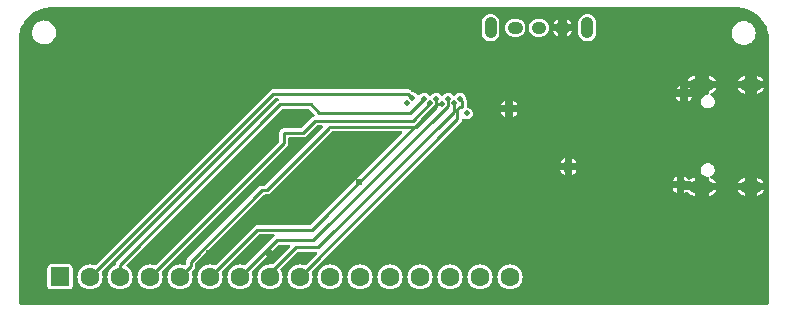
<source format=gbl>
G04 Layer: BottomLayer*
G04 EasyEDA v6.5.9, 2022-08-17 00:45:25*
G04 3d046d26f260489bb0fd4f172441b01e,e2b945bbd7ed4cf1bff08b0f7bdd4537,10*
G04 Gerber Generator version 0.2*
G04 Scale: 100 percent, Rotated: No, Reflected: No *
G04 Dimensions in millimeters *
G04 leading zeros omitted , absolute positions ,4 integer and 5 decimal *
%FSLAX45Y45*%
%MOMM*%

%ADD10C,0.2400*%
%ADD11C,1.6000*%
%ADD12C,1.0000*%
%ADD13C,0.6096*%
%ADD14C,0.5000*%
%ADD15C,0.6100*%
%ADD16C,0.0132*%

%LPD*%
G36*
X-183896Y8055864D02*
G01*
X-187807Y8056625D01*
X-191109Y8058861D01*
X-193294Y8062112D01*
X-194056Y8066024D01*
X-194106Y10299293D01*
X-193192Y10321899D01*
X-190601Y10343235D01*
X-186385Y10364368D01*
X-180543Y10385044D01*
X-173024Y10405211D01*
X-163982Y10424769D01*
X-153466Y10443514D01*
X-141478Y10461396D01*
X-128117Y10478262D01*
X-113487Y10494060D01*
X-97688Y10508640D01*
X-80772Y10521950D01*
X-62839Y10533837D01*
X-44043Y10544352D01*
X-24485Y10553344D01*
X-4318Y10560761D01*
X16408Y10566552D01*
X37541Y10570718D01*
X58877Y10573207D01*
X80670Y10574020D01*
X5872937Y10574020D01*
X5875883Y10573613D01*
X5879338Y10572546D01*
X5883402Y10572089D01*
X5905906Y10571175D01*
X5927242Y10568584D01*
X5948375Y10564368D01*
X5969050Y10558475D01*
X5989218Y10551007D01*
X6008776Y10541965D01*
X6027521Y10531449D01*
X6045403Y10519460D01*
X6062268Y10506100D01*
X6078067Y10491470D01*
X6092647Y10475671D01*
X6105956Y10458754D01*
X6117844Y10440822D01*
X6128359Y10422026D01*
X6137351Y10402468D01*
X6144768Y10382300D01*
X6150559Y10361574D01*
X6154724Y10340441D01*
X6157214Y10319105D01*
X6158077Y10297312D01*
X6158992Y10291114D01*
X6158992Y8066024D01*
X6158230Y8062112D01*
X6155994Y8058861D01*
X6152743Y8056625D01*
X6148832Y8055864D01*
G37*

%LPC*%
G36*
X4331055Y10431322D02*
G01*
X4373626Y10431322D01*
X4373626Y10470946D01*
X4367022Y10468356D01*
X4357217Y10462666D01*
X4348327Y10455605D01*
X4340656Y10447274D01*
X4334256Y10437926D01*
G37*
G36*
X2440990Y8184083D02*
G01*
X2454808Y8184997D01*
X2468422Y8187690D01*
X2481529Y8192160D01*
X2493924Y8198307D01*
X2505456Y8205978D01*
X2515870Y8215122D01*
X2525014Y8225536D01*
X2532684Y8237016D01*
X2538831Y8249462D01*
X2543251Y8262569D01*
X2545994Y8276183D01*
X2546858Y8290001D01*
X2545994Y8303818D01*
X2543251Y8317382D01*
X2538831Y8330488D01*
X2532684Y8342934D01*
X2525014Y8354466D01*
X2515870Y8364880D01*
X2505456Y8373973D01*
X2493924Y8381695D01*
X2481529Y8387791D01*
X2468422Y8392261D01*
X2454808Y8394954D01*
X2440990Y8395868D01*
X2427173Y8394954D01*
X2413609Y8392261D01*
X2400452Y8387791D01*
X2388057Y8381695D01*
X2376525Y8373973D01*
X2366111Y8364880D01*
X2356967Y8354466D01*
X2349296Y8342934D01*
X2343150Y8330488D01*
X2338730Y8317382D01*
X2336038Y8303818D01*
X2335123Y8290001D01*
X2336038Y8276183D01*
X2338730Y8262569D01*
X2343150Y8249462D01*
X2349296Y8237016D01*
X2356967Y8225536D01*
X2366111Y8215122D01*
X2376525Y8205978D01*
X2388057Y8198307D01*
X2400452Y8192160D01*
X2413609Y8187690D01*
X2427173Y8184997D01*
G37*
G36*
X2694990Y8184083D02*
G01*
X2708808Y8184997D01*
X2722422Y8187690D01*
X2735529Y8192160D01*
X2747924Y8198307D01*
X2759456Y8205978D01*
X2769870Y8215122D01*
X2779014Y8225536D01*
X2786684Y8237016D01*
X2792831Y8249462D01*
X2797251Y8262569D01*
X2799994Y8276183D01*
X2800858Y8290001D01*
X2799994Y8303818D01*
X2797251Y8317382D01*
X2792831Y8330488D01*
X2786684Y8342934D01*
X2779014Y8354466D01*
X2769870Y8364880D01*
X2759456Y8373973D01*
X2747924Y8381695D01*
X2735529Y8387791D01*
X2722422Y8392261D01*
X2708808Y8394954D01*
X2694990Y8395868D01*
X2681173Y8394954D01*
X2667609Y8392261D01*
X2654452Y8387791D01*
X2642057Y8381695D01*
X2630525Y8373973D01*
X2620111Y8364880D01*
X2610967Y8354466D01*
X2603296Y8342934D01*
X2597150Y8330488D01*
X2592730Y8317382D01*
X2590038Y8303818D01*
X2589123Y8290001D01*
X2590038Y8276183D01*
X2592730Y8262569D01*
X2597150Y8249462D01*
X2603296Y8237016D01*
X2610967Y8225536D01*
X2620111Y8215122D01*
X2630525Y8205978D01*
X2642057Y8198307D01*
X2654452Y8192160D01*
X2667609Y8187690D01*
X2681173Y8184997D01*
G37*
G36*
X3456990Y8184083D02*
G01*
X3470808Y8184997D01*
X3484422Y8187690D01*
X3497529Y8192160D01*
X3509924Y8198307D01*
X3521456Y8205978D01*
X3531870Y8215122D01*
X3541014Y8225536D01*
X3548684Y8237016D01*
X3554831Y8249462D01*
X3559251Y8262569D01*
X3561994Y8276183D01*
X3562858Y8290001D01*
X3561994Y8303818D01*
X3559251Y8317382D01*
X3554831Y8330488D01*
X3548684Y8342934D01*
X3541014Y8354466D01*
X3531870Y8364880D01*
X3521456Y8373973D01*
X3509924Y8381695D01*
X3497529Y8387791D01*
X3484422Y8392261D01*
X3470808Y8394954D01*
X3456990Y8395868D01*
X3443173Y8394954D01*
X3429609Y8392261D01*
X3416452Y8387791D01*
X3404057Y8381695D01*
X3392525Y8373973D01*
X3382111Y8364880D01*
X3372967Y8354466D01*
X3365296Y8342934D01*
X3359150Y8330488D01*
X3354730Y8317382D01*
X3352037Y8303818D01*
X3351123Y8290001D01*
X3352037Y8276183D01*
X3354730Y8262569D01*
X3359150Y8249462D01*
X3365296Y8237016D01*
X3372967Y8225536D01*
X3382111Y8215122D01*
X3392525Y8205978D01*
X3404057Y8198307D01*
X3416452Y8192160D01*
X3429609Y8187690D01*
X3443173Y8184997D01*
G37*
G36*
X2948990Y8184083D02*
G01*
X2962808Y8184997D01*
X2976422Y8187690D01*
X2989529Y8192160D01*
X3001924Y8198307D01*
X3013456Y8205978D01*
X3023870Y8215122D01*
X3033014Y8225536D01*
X3040684Y8237016D01*
X3046831Y8249462D01*
X3051251Y8262569D01*
X3053994Y8276183D01*
X3054858Y8290001D01*
X3053994Y8303818D01*
X3051251Y8317382D01*
X3046831Y8330488D01*
X3040684Y8342934D01*
X3033014Y8354466D01*
X3023870Y8364880D01*
X3013456Y8373973D01*
X3001924Y8381695D01*
X2989529Y8387791D01*
X2976422Y8392261D01*
X2962808Y8394954D01*
X2948990Y8395868D01*
X2935173Y8394954D01*
X2921609Y8392261D01*
X2908452Y8387791D01*
X2896057Y8381695D01*
X2884525Y8373973D01*
X2874111Y8364880D01*
X2864967Y8354466D01*
X2857296Y8342934D01*
X2851150Y8330488D01*
X2846730Y8317382D01*
X2844038Y8303818D01*
X2843123Y8290001D01*
X2844038Y8276183D01*
X2846730Y8262569D01*
X2851150Y8249462D01*
X2857296Y8237016D01*
X2864967Y8225536D01*
X2874111Y8215122D01*
X2884525Y8205978D01*
X2896057Y8198307D01*
X2908452Y8192160D01*
X2921609Y8187690D01*
X2935173Y8184997D01*
G37*
G36*
X3202990Y8184083D02*
G01*
X3216808Y8184997D01*
X3230422Y8187690D01*
X3243529Y8192160D01*
X3255924Y8198307D01*
X3267456Y8205978D01*
X3277870Y8215122D01*
X3287014Y8225536D01*
X3294684Y8237016D01*
X3300831Y8249462D01*
X3305251Y8262569D01*
X3307994Y8276183D01*
X3308858Y8290001D01*
X3307994Y8303818D01*
X3305251Y8317382D01*
X3300831Y8330488D01*
X3294684Y8342934D01*
X3287014Y8354466D01*
X3277870Y8364880D01*
X3267456Y8373973D01*
X3255924Y8381695D01*
X3243529Y8387791D01*
X3230422Y8392261D01*
X3216808Y8394954D01*
X3202990Y8395868D01*
X3189173Y8394954D01*
X3175609Y8392261D01*
X3162452Y8387791D01*
X3150057Y8381695D01*
X3138525Y8373973D01*
X3128111Y8364880D01*
X3118967Y8354466D01*
X3111296Y8342934D01*
X3105150Y8330488D01*
X3100730Y8317382D01*
X3098038Y8303818D01*
X3097123Y8290001D01*
X3098038Y8276183D01*
X3100730Y8262569D01*
X3105150Y8249462D01*
X3111296Y8237016D01*
X3118967Y8225536D01*
X3128111Y8215122D01*
X3138525Y8205978D01*
X3150057Y8198307D01*
X3162452Y8192160D01*
X3175609Y8187690D01*
X3189173Y8184997D01*
G37*
G36*
X3964990Y8184083D02*
G01*
X3978808Y8184997D01*
X3992422Y8187690D01*
X4005529Y8192160D01*
X4017924Y8198307D01*
X4029456Y8205978D01*
X4039870Y8215122D01*
X4049014Y8225536D01*
X4056684Y8237016D01*
X4062831Y8249462D01*
X4067251Y8262569D01*
X4069994Y8276183D01*
X4070858Y8290001D01*
X4069994Y8303818D01*
X4067251Y8317382D01*
X4062831Y8330488D01*
X4056684Y8342934D01*
X4049014Y8354466D01*
X4039870Y8364880D01*
X4029456Y8373973D01*
X4017924Y8381695D01*
X4005529Y8387791D01*
X3992422Y8392261D01*
X3978808Y8394954D01*
X3964990Y8395868D01*
X3951173Y8394954D01*
X3937609Y8392261D01*
X3924452Y8387791D01*
X3912057Y8381695D01*
X3900525Y8373973D01*
X3890111Y8364880D01*
X3880967Y8354466D01*
X3873296Y8342934D01*
X3867150Y8330488D01*
X3862730Y8317382D01*
X3860037Y8303818D01*
X3859123Y8290001D01*
X3860037Y8276183D01*
X3862730Y8262569D01*
X3867150Y8249462D01*
X3873296Y8237016D01*
X3880967Y8225536D01*
X3890111Y8215122D01*
X3900525Y8205978D01*
X3912057Y8198307D01*
X3924452Y8192160D01*
X3937609Y8187690D01*
X3951173Y8184997D01*
G37*
G36*
X75590Y8184083D02*
G01*
X234442Y8184083D01*
X240741Y8184794D01*
X246227Y8186674D01*
X251104Y8189772D01*
X255219Y8193887D01*
X258267Y8198764D01*
X260197Y8204250D01*
X260908Y8210550D01*
X260908Y8369401D01*
X260197Y8375751D01*
X258267Y8381187D01*
X255219Y8386114D01*
X251104Y8390178D01*
X246227Y8393277D01*
X240741Y8395157D01*
X234442Y8395868D01*
X75590Y8395868D01*
X69240Y8395157D01*
X63804Y8393277D01*
X58877Y8390178D01*
X54813Y8386114D01*
X51714Y8381187D01*
X49784Y8375751D01*
X49072Y8369401D01*
X49072Y8210550D01*
X49784Y8204250D01*
X51714Y8198764D01*
X54813Y8193887D01*
X58877Y8189772D01*
X63804Y8186674D01*
X69240Y8184794D01*
G37*
G36*
X408990Y8184083D02*
G01*
X422808Y8184997D01*
X436422Y8187690D01*
X449529Y8192160D01*
X461924Y8198307D01*
X473456Y8205978D01*
X483870Y8215122D01*
X493014Y8225536D01*
X500684Y8237016D01*
X506831Y8249462D01*
X511251Y8262569D01*
X513994Y8276183D01*
X514858Y8290001D01*
X513994Y8303818D01*
X511251Y8317382D01*
X507898Y8327288D01*
X507390Y8330996D01*
X508254Y8334654D01*
X510336Y8337753D01*
X1971700Y9799116D01*
X1975002Y9801301D01*
X1978914Y9802063D01*
X1996948Y9802063D01*
X2001316Y9801098D01*
X2004822Y9798354D01*
X2006803Y9794392D01*
X2006955Y9789922D01*
X2005126Y9785858D01*
X2001774Y9782962D01*
X1998980Y9781438D01*
X1992833Y9776409D01*
X636524Y8420150D01*
X631494Y8414004D01*
X628040Y8407450D01*
X625856Y8400338D01*
X625297Y8394547D01*
X624382Y8391245D01*
X622452Y8388451D01*
X619658Y8386419D01*
X610057Y8381695D01*
X598525Y8373973D01*
X588111Y8364880D01*
X578967Y8354466D01*
X571296Y8342934D01*
X565150Y8330488D01*
X560730Y8317382D01*
X558038Y8303818D01*
X557123Y8290001D01*
X558038Y8276183D01*
X560730Y8262569D01*
X565150Y8249462D01*
X571296Y8237016D01*
X578967Y8225536D01*
X588111Y8215122D01*
X598525Y8205978D01*
X610057Y8198307D01*
X622452Y8192160D01*
X635609Y8187690D01*
X649173Y8184997D01*
X662990Y8184083D01*
X676808Y8184997D01*
X690422Y8187690D01*
X703529Y8192160D01*
X715924Y8198307D01*
X727456Y8205978D01*
X737870Y8215122D01*
X747014Y8225536D01*
X754684Y8237016D01*
X760831Y8249462D01*
X765251Y8262569D01*
X767994Y8276183D01*
X768858Y8290001D01*
X767994Y8303818D01*
X765251Y8317382D01*
X760831Y8330488D01*
X754684Y8342934D01*
X747014Y8354466D01*
X737870Y8364880D01*
X727456Y8373973D01*
X719836Y8379053D01*
X716788Y8382304D01*
X715416Y8386521D01*
X715924Y8390940D01*
X718312Y8394700D01*
X2032711Y9709099D01*
X2036013Y9711283D01*
X2039924Y9712096D01*
X2260092Y9712096D01*
X2263952Y9711283D01*
X2267254Y9709099D01*
X2311654Y9664700D01*
X2313787Y9661550D01*
X2314651Y9657842D01*
X2314041Y9654082D01*
X2312111Y9650831D01*
X2309114Y9648444D01*
X2305507Y9647377D01*
X2302611Y9647123D01*
X2295499Y9644938D01*
X2288946Y9641484D01*
X2282850Y9636455D01*
X2197252Y9550857D01*
X2193950Y9548672D01*
X2190089Y9547910D01*
X2050491Y9547910D01*
X2042617Y9547098D01*
X2035505Y9544964D01*
X2028952Y9541459D01*
X2023211Y9536734D01*
X2018538Y9530994D01*
X2015032Y9524492D01*
X2012848Y9517380D01*
X2012086Y9509506D01*
X2012086Y9442907D01*
X2011324Y9438995D01*
X2009089Y9435693D01*
X964742Y8391347D01*
X961644Y8389213D01*
X957986Y8388350D01*
X954278Y8388908D01*
X944422Y8392261D01*
X930808Y8394954D01*
X916990Y8395868D01*
X903173Y8394954D01*
X889609Y8392261D01*
X876452Y8387791D01*
X864057Y8381695D01*
X852525Y8373973D01*
X842111Y8364880D01*
X832967Y8354466D01*
X825296Y8342934D01*
X819150Y8330488D01*
X814730Y8317382D01*
X812038Y8303818D01*
X811123Y8290001D01*
X812038Y8276183D01*
X814730Y8262569D01*
X819150Y8249462D01*
X825296Y8237016D01*
X832967Y8225536D01*
X842111Y8215122D01*
X852525Y8205978D01*
X864057Y8198307D01*
X876452Y8192160D01*
X889609Y8187690D01*
X903173Y8184997D01*
X916990Y8184083D01*
X930808Y8184997D01*
X944422Y8187690D01*
X957529Y8192160D01*
X969924Y8198307D01*
X981456Y8205978D01*
X991869Y8215122D01*
X1001014Y8225536D01*
X1008684Y8237016D01*
X1014831Y8249462D01*
X1019251Y8262569D01*
X1021994Y8276183D01*
X1022858Y8290001D01*
X1021994Y8303818D01*
X1019251Y8317382D01*
X1015898Y8327288D01*
X1015390Y8330996D01*
X1016253Y8334654D01*
X1018336Y8337753D01*
X2076450Y9395815D01*
X2081479Y9401962D01*
X2084984Y9408515D01*
X2087118Y9415576D01*
X2087880Y9423501D01*
X2087880Y9461906D01*
X2088692Y9465818D01*
X2090877Y9469120D01*
X2094179Y9471304D01*
X2098040Y9472066D01*
X2209495Y9472066D01*
X2217369Y9472828D01*
X2224481Y9475012D01*
X2231034Y9478518D01*
X2237181Y9483547D01*
X2322728Y9569094D01*
X2326030Y9571278D01*
X2329891Y9572091D01*
X2374950Y9572091D01*
X2378811Y9571278D01*
X2382113Y9569094D01*
X2384348Y9565792D01*
X2385110Y9561931D01*
X2384348Y9558020D01*
X2382113Y9554718D01*
X1893316Y9065920D01*
X1890014Y9063685D01*
X1886153Y9062923D01*
X1865528Y9062923D01*
X1857654Y9062161D01*
X1850542Y9060027D01*
X1843989Y9056522D01*
X1837893Y9051493D01*
X1233525Y8447125D01*
X1228496Y8441029D01*
X1225042Y8434476D01*
X1222857Y8427364D01*
X1222095Y8419490D01*
X1222095Y8398916D01*
X1221333Y8395004D01*
X1218742Y8391347D01*
X1215644Y8389213D01*
X1211986Y8388350D01*
X1208278Y8388908D01*
X1198422Y8392261D01*
X1184808Y8394954D01*
X1170990Y8395868D01*
X1157173Y8394954D01*
X1143609Y8392261D01*
X1130452Y8387791D01*
X1118057Y8381695D01*
X1106525Y8373973D01*
X1096111Y8364880D01*
X1086967Y8354466D01*
X1079296Y8342934D01*
X1073150Y8330488D01*
X1068730Y8317382D01*
X1066038Y8303818D01*
X1065123Y8290001D01*
X1066038Y8276183D01*
X1068730Y8262569D01*
X1073150Y8249462D01*
X1079296Y8237016D01*
X1086967Y8225536D01*
X1096111Y8215122D01*
X1106525Y8205978D01*
X1118057Y8198307D01*
X1130452Y8192160D01*
X1143609Y8187690D01*
X1157173Y8184997D01*
X1170990Y8184083D01*
X1184808Y8184997D01*
X1198422Y8187690D01*
X1211529Y8192160D01*
X1223924Y8198307D01*
X1235456Y8205978D01*
X1245870Y8215122D01*
X1255014Y8225536D01*
X1262684Y8237016D01*
X1268831Y8249462D01*
X1273251Y8262569D01*
X1275994Y8276183D01*
X1276858Y8290001D01*
X1275994Y8303818D01*
X1273251Y8317382D01*
X1269898Y8327288D01*
X1269390Y8330996D01*
X1270254Y8334654D01*
X1272336Y8337753D01*
X1286459Y8351824D01*
X1291488Y8357971D01*
X1294993Y8364474D01*
X1297127Y8371586D01*
X1297889Y8379510D01*
X1297889Y8400084D01*
X1298702Y8403945D01*
X1300886Y8407247D01*
X1877771Y8984132D01*
X1881073Y8986367D01*
X1884934Y8987129D01*
X1905558Y8987129D01*
X1913432Y8987891D01*
X1920544Y8990025D01*
X1927098Y8993530D01*
X1933193Y8998559D01*
X2453741Y9519107D01*
X2457043Y9521291D01*
X2460904Y9522053D01*
X3043936Y9522053D01*
X3047847Y9521291D01*
X3051149Y9519107D01*
X3053334Y9515805D01*
X3054096Y9511893D01*
X3053334Y9508032D01*
X3051149Y9504730D01*
X2277262Y8730843D01*
X2273960Y8728659D01*
X2270099Y8727897D01*
X1825498Y8727897D01*
X1817624Y8727135D01*
X1810512Y8724950D01*
X1803958Y8721445D01*
X1797812Y8716416D01*
X1472742Y8391347D01*
X1469644Y8389213D01*
X1465986Y8388350D01*
X1462278Y8388908D01*
X1452422Y8392261D01*
X1438808Y8394954D01*
X1424990Y8395868D01*
X1411173Y8394954D01*
X1397609Y8392261D01*
X1384452Y8387791D01*
X1372057Y8381695D01*
X1360525Y8373973D01*
X1350111Y8364880D01*
X1340967Y8354466D01*
X1333296Y8342934D01*
X1327150Y8330488D01*
X1322730Y8317382D01*
X1320038Y8303818D01*
X1319123Y8290001D01*
X1320038Y8276183D01*
X1322730Y8262569D01*
X1327150Y8249462D01*
X1333296Y8237016D01*
X1340967Y8225536D01*
X1350111Y8215122D01*
X1360525Y8205978D01*
X1372057Y8198307D01*
X1384452Y8192160D01*
X1397609Y8187690D01*
X1411173Y8184997D01*
X1424990Y8184083D01*
X1438808Y8184997D01*
X1452422Y8187690D01*
X1465529Y8192160D01*
X1477924Y8198307D01*
X1489456Y8205978D01*
X1499870Y8215122D01*
X1509014Y8225536D01*
X1516684Y8237016D01*
X1522831Y8249462D01*
X1527251Y8262569D01*
X1529994Y8276183D01*
X1530858Y8290001D01*
X1529994Y8303818D01*
X1527251Y8317382D01*
X1523898Y8327288D01*
X1523390Y8330996D01*
X1524254Y8334654D01*
X1526336Y8337753D01*
X1837740Y8649106D01*
X1840992Y8651290D01*
X1844903Y8652052D01*
X1966112Y8652052D01*
X1970481Y8651087D01*
X1973986Y8648344D01*
X1975967Y8644382D01*
X1976120Y8639911D01*
X1974291Y8635847D01*
X1970938Y8632952D01*
X1968042Y8631428D01*
X1961946Y8626398D01*
X1726692Y8391347D01*
X1723593Y8389264D01*
X1719935Y8388400D01*
X1716227Y8388908D01*
X1706422Y8392261D01*
X1692808Y8394954D01*
X1678990Y8395868D01*
X1665173Y8394954D01*
X1651609Y8392261D01*
X1638452Y8387791D01*
X1626057Y8381695D01*
X1614525Y8373973D01*
X1604111Y8364880D01*
X1594967Y8354466D01*
X1587296Y8342934D01*
X1581150Y8330488D01*
X1576730Y8317382D01*
X1574038Y8303818D01*
X1573123Y8290001D01*
X1574038Y8276183D01*
X1576730Y8262569D01*
X1581150Y8249462D01*
X1587296Y8237016D01*
X1594967Y8225536D01*
X1604111Y8215122D01*
X1614525Y8205978D01*
X1626057Y8198307D01*
X1638452Y8192160D01*
X1651609Y8187690D01*
X1665173Y8184997D01*
X1678990Y8184083D01*
X1692808Y8184997D01*
X1706422Y8187690D01*
X1719529Y8192160D01*
X1731924Y8198307D01*
X1743456Y8205978D01*
X1753870Y8215122D01*
X1763014Y8225536D01*
X1770684Y8237016D01*
X1776831Y8249462D01*
X1781251Y8262569D01*
X1783994Y8276183D01*
X1784857Y8290001D01*
X1783994Y8303818D01*
X1781251Y8317382D01*
X1777898Y8327339D01*
X1777390Y8331047D01*
X1778203Y8334705D01*
X1780336Y8337803D01*
X2001774Y8559038D01*
X2005075Y8561273D01*
X2008987Y8562035D01*
X2093925Y8562035D01*
X2097786Y8561273D01*
X2101088Y8559038D01*
X2103272Y8555736D01*
X2104085Y8551875D01*
X2103272Y8547963D01*
X2101088Y8544661D01*
X1954326Y8397951D01*
X1950720Y8395614D01*
X1946503Y8395004D01*
X1932990Y8395868D01*
X1919173Y8394954D01*
X1905609Y8392261D01*
X1892452Y8387791D01*
X1880057Y8381695D01*
X1868525Y8373973D01*
X1858111Y8364880D01*
X1848967Y8354466D01*
X1841296Y8342934D01*
X1835150Y8330488D01*
X1830730Y8317382D01*
X1828038Y8303818D01*
X1827123Y8290001D01*
X1828038Y8276183D01*
X1830730Y8262569D01*
X1835150Y8249462D01*
X1841296Y8237016D01*
X1848967Y8225536D01*
X1858111Y8215122D01*
X1868525Y8205978D01*
X1880057Y8198307D01*
X1892452Y8192160D01*
X1905609Y8187690D01*
X1919173Y8184997D01*
X1932990Y8184083D01*
X1946808Y8184997D01*
X1960422Y8187690D01*
X1973529Y8192160D01*
X1985924Y8198307D01*
X1997456Y8205978D01*
X2007870Y8215122D01*
X2017014Y8225536D01*
X2024684Y8237016D01*
X2030831Y8249462D01*
X2035251Y8262569D01*
X2037994Y8276183D01*
X2038857Y8290001D01*
X2037994Y8303818D01*
X2035251Y8317382D01*
X2030831Y8330488D01*
X2024684Y8342934D01*
X2022043Y8346897D01*
X2020671Y8350046D01*
X2020417Y8353501D01*
X2021332Y8356853D01*
X2023313Y8359698D01*
X2162708Y8499094D01*
X2166010Y8501278D01*
X2169922Y8502091D01*
X2320848Y8502091D01*
X2324760Y8501278D01*
X2328062Y8499094D01*
X2330246Y8495792D01*
X2331008Y8491931D01*
X2330246Y8488019D01*
X2328011Y8484717D01*
X2234641Y8391347D01*
X2231542Y8389264D01*
X2227935Y8388400D01*
X2224227Y8388908D01*
X2214422Y8392261D01*
X2200808Y8394954D01*
X2186990Y8395868D01*
X2173173Y8394954D01*
X2159609Y8392261D01*
X2146452Y8387791D01*
X2134057Y8381695D01*
X2122525Y8373973D01*
X2112111Y8364880D01*
X2102967Y8354466D01*
X2095296Y8342934D01*
X2089150Y8330488D01*
X2084730Y8317382D01*
X2082038Y8303818D01*
X2081123Y8290001D01*
X2082038Y8276183D01*
X2084730Y8262569D01*
X2089150Y8249462D01*
X2095296Y8237016D01*
X2102967Y8225536D01*
X2112111Y8215122D01*
X2122525Y8205978D01*
X2134057Y8198307D01*
X2146452Y8192160D01*
X2159609Y8187690D01*
X2173173Y8184997D01*
X2186990Y8184083D01*
X2200808Y8184997D01*
X2214422Y8187690D01*
X2227529Y8192160D01*
X2239924Y8198307D01*
X2251456Y8205978D01*
X2261870Y8215122D01*
X2271014Y8225536D01*
X2278684Y8237016D01*
X2284831Y8249462D01*
X2289251Y8262569D01*
X2291994Y8276183D01*
X2292858Y8290001D01*
X2291994Y8303818D01*
X2289251Y8317382D01*
X2285898Y8327339D01*
X2285339Y8331047D01*
X2286203Y8334705D01*
X2288336Y8337803D01*
X3546398Y9595612D01*
X3551428Y9601758D01*
X3554933Y9608312D01*
X3557066Y9615424D01*
X3557727Y9622129D01*
X3558895Y9625939D01*
X3561384Y9628987D01*
X3564890Y9630867D01*
X3568852Y9631222D01*
X3572662Y9630105D01*
X3577996Y9627209D01*
X3586683Y9624364D01*
X3595725Y9623145D01*
X3604818Y9623552D01*
X3613708Y9625584D01*
X3622090Y9629190D01*
X3629710Y9634220D01*
X3636314Y9640519D01*
X3641648Y9647885D01*
X3645611Y9656114D01*
X3648049Y9664903D01*
X3648862Y9673996D01*
X3648049Y9683038D01*
X3645611Y9691878D01*
X3641648Y9700056D01*
X3636314Y9707473D01*
X3629710Y9713772D01*
X3622090Y9718751D01*
X3613708Y9722358D01*
X3605784Y9724186D01*
X3602634Y9725456D01*
X3600094Y9727742D01*
X3598468Y9730740D01*
X3597910Y9734092D01*
X3597910Y9779508D01*
X3597148Y9787382D01*
X3594963Y9794494D01*
X3591610Y9800793D01*
X3590442Y9804654D01*
X3590036Y9809073D01*
X3587597Y9817862D01*
X3583686Y9826091D01*
X3578301Y9833457D01*
X3571697Y9839756D01*
X3564077Y9844786D01*
X3555695Y9848342D01*
X3546805Y9850374D01*
X3537712Y9850780D01*
X3528669Y9849561D01*
X3519982Y9846767D01*
X3511956Y9842449D01*
X3504844Y9836759D01*
X3495446Y9825786D01*
X3491839Y9824059D01*
X3487877Y9823907D01*
X3484118Y9825278D01*
X3481222Y9827971D01*
X3478529Y9831679D01*
X3471926Y9837978D01*
X3464306Y9843008D01*
X3455924Y9846564D01*
X3447034Y9848596D01*
X3437940Y9849002D01*
X3428898Y9847783D01*
X3420211Y9844989D01*
X3412185Y9840671D01*
X3405073Y9834981D01*
X3396183Y9824821D01*
X3392576Y9823094D01*
X3388563Y9822942D01*
X3384854Y9824313D01*
X3381908Y9827006D01*
X3378504Y9831679D01*
X3371900Y9837978D01*
X3364331Y9843008D01*
X3355898Y9846564D01*
X3347008Y9848596D01*
X3337915Y9849002D01*
X3328873Y9847783D01*
X3320186Y9844989D01*
X3312160Y9840671D01*
X3305048Y9834981D01*
X3299053Y9828123D01*
X3297936Y9826244D01*
X3295243Y9823297D01*
X3291636Y9821570D01*
X3287674Y9821418D01*
X3283915Y9822789D01*
X3281019Y9825482D01*
X3276498Y9831679D01*
X3269894Y9837978D01*
X3262325Y9843008D01*
X3253892Y9846564D01*
X3245002Y9848596D01*
X3235909Y9849002D01*
X3226866Y9847783D01*
X3218180Y9844989D01*
X3210153Y9840671D01*
X3203041Y9834981D01*
X3198012Y9829190D01*
X3195167Y9826955D01*
X3191713Y9825837D01*
X3188106Y9825990D01*
X3184753Y9827412D01*
X3182112Y9829901D01*
X3176524Y9837674D01*
X3169920Y9843973D01*
X3162300Y9849002D01*
X3153918Y9852558D01*
X3141472Y9855504D01*
X3138424Y9857587D01*
X3129584Y9866426D01*
X3123438Y9871456D01*
X3116884Y9874961D01*
X3109772Y9877094D01*
X3101898Y9877907D01*
X1959508Y9877907D01*
X1951583Y9877094D01*
X1944522Y9874961D01*
X1937969Y9871456D01*
X1931822Y9866426D01*
X456742Y8391347D01*
X453643Y8389213D01*
X449986Y8388350D01*
X446278Y8388908D01*
X436422Y8392261D01*
X422808Y8394954D01*
X408990Y8395868D01*
X395173Y8394954D01*
X381609Y8392261D01*
X368452Y8387791D01*
X356057Y8381695D01*
X344525Y8373973D01*
X334111Y8364880D01*
X324967Y8354466D01*
X317296Y8342934D01*
X311150Y8330488D01*
X306730Y8317382D01*
X304038Y8303818D01*
X303123Y8290001D01*
X304038Y8276183D01*
X306730Y8262569D01*
X311150Y8249462D01*
X317296Y8237016D01*
X324967Y8225536D01*
X334111Y8215122D01*
X344525Y8205978D01*
X356057Y8198307D01*
X368452Y8192160D01*
X381609Y8187690D01*
X395173Y8184997D01*
G37*
G36*
X4446320Y10431322D02*
G01*
X4488840Y10431322D01*
X4485640Y10437926D01*
X4479290Y10447274D01*
X4471568Y10455605D01*
X4462678Y10462666D01*
X4452874Y10468356D01*
X4446320Y10470946D01*
G37*
G36*
X4373626Y10329011D02*
G01*
X4373626Y10368635D01*
X4331055Y10368635D01*
X4334256Y10362031D01*
X4340656Y10352684D01*
X4348327Y10344353D01*
X4357217Y10337292D01*
X4367022Y10331602D01*
G37*
G36*
X4446320Y10329011D02*
G01*
X4452874Y10331602D01*
X4462678Y10337292D01*
X4471568Y10344353D01*
X4479290Y10352684D01*
X4485640Y10362031D01*
X4488840Y10368635D01*
X4446320Y10368635D01*
G37*
G36*
X4000398Y10324084D02*
G01*
X4019651Y10324084D01*
X4031335Y10324947D01*
X4042359Y10327487D01*
X4052925Y10331602D01*
X4062729Y10337292D01*
X4071620Y10344353D01*
X4079341Y10352684D01*
X4085742Y10362031D01*
X4090619Y10372242D01*
X4093972Y10383113D01*
X4095699Y10394289D01*
X4095699Y10405668D01*
X4093972Y10416844D01*
X4090619Y10427716D01*
X4085742Y10437926D01*
X4079341Y10447274D01*
X4071620Y10455605D01*
X4062729Y10462666D01*
X4052925Y10468356D01*
X4042359Y10472470D01*
X4031335Y10475010D01*
X4019651Y10475874D01*
X4000398Y10475874D01*
X3988714Y10475010D01*
X3977640Y10472470D01*
X3967073Y10468356D01*
X3957269Y10462666D01*
X3948429Y10455605D01*
X3940708Y10447274D01*
X3934307Y10437926D01*
X3929379Y10427716D01*
X3926027Y10416844D01*
X3924350Y10405668D01*
X3924350Y10394289D01*
X3926027Y10383113D01*
X3929379Y10372242D01*
X3934307Y10362031D01*
X3940708Y10352684D01*
X3948429Y10344353D01*
X3957269Y10337292D01*
X3967073Y10331602D01*
X3977640Y10327487D01*
X3988714Y10324947D01*
G37*
G36*
X4200347Y10324084D02*
G01*
X4219549Y10324084D01*
X4231284Y10324947D01*
X4242308Y10327487D01*
X4252874Y10331602D01*
X4262678Y10337292D01*
X4271568Y10344353D01*
X4279290Y10352684D01*
X4285640Y10362031D01*
X4290568Y10372242D01*
X4293920Y10383113D01*
X4295597Y10394289D01*
X4295597Y10405668D01*
X4293920Y10416844D01*
X4290568Y10427716D01*
X4285640Y10437926D01*
X4279290Y10447274D01*
X4271568Y10455605D01*
X4262678Y10462666D01*
X4252874Y10468356D01*
X4242308Y10472470D01*
X4231284Y10475010D01*
X4219549Y10475874D01*
X4200347Y10475874D01*
X4188663Y10475010D01*
X4177588Y10472470D01*
X4167022Y10468356D01*
X4157218Y10462666D01*
X4148328Y10455605D01*
X4140657Y10447274D01*
X4134256Y10437926D01*
X4129328Y10427716D01*
X4125976Y10416844D01*
X4124299Y10405668D01*
X4124299Y10394289D01*
X4125976Y10383113D01*
X4129328Y10372242D01*
X4134256Y10362031D01*
X4140657Y10352684D01*
X4148328Y10344353D01*
X4157218Y10337292D01*
X4167022Y10331602D01*
X4177588Y10327487D01*
X4188663Y10324947D01*
G37*
G36*
X3794353Y10284307D02*
G01*
X3805682Y10284307D01*
X3816908Y10285984D01*
X3827729Y10289336D01*
X3837940Y10294264D01*
X3847337Y10300665D01*
X3855618Y10308386D01*
X3862679Y10317226D01*
X3868369Y10327081D01*
X3872534Y10337596D01*
X3875024Y10348671D01*
X3875887Y10360355D01*
X3875887Y10439603D01*
X3875024Y10451287D01*
X3872534Y10462361D01*
X3868369Y10472877D01*
X3862679Y10482732D01*
X3855618Y10491571D01*
X3847337Y10499293D01*
X3837940Y10505694D01*
X3827729Y10510621D01*
X3816908Y10513974D01*
X3805682Y10515650D01*
X3794353Y10515650D01*
X3783126Y10513974D01*
X3772255Y10510621D01*
X3762044Y10505694D01*
X3752697Y10499293D01*
X3744366Y10491571D01*
X3737305Y10482732D01*
X3731615Y10472877D01*
X3727500Y10462361D01*
X3724960Y10451287D01*
X3724097Y10439603D01*
X3724097Y10360355D01*
X3724960Y10348671D01*
X3727500Y10337596D01*
X3731615Y10327081D01*
X3737305Y10317226D01*
X3744366Y10308386D01*
X3752697Y10300665D01*
X3762044Y10294264D01*
X3772255Y10289336D01*
X3783126Y10285984D01*
G37*
G36*
X4614316Y10284307D02*
G01*
X4625644Y10284307D01*
X4636871Y10285984D01*
X4647692Y10289336D01*
X4657902Y10294264D01*
X4667300Y10300665D01*
X4675581Y10308386D01*
X4682642Y10317226D01*
X4688332Y10327081D01*
X4692497Y10337596D01*
X4694986Y10348671D01*
X4695901Y10360355D01*
X4695901Y10439603D01*
X4694986Y10451287D01*
X4692497Y10462361D01*
X4688332Y10472877D01*
X4682642Y10482732D01*
X4675581Y10491571D01*
X4667300Y10499293D01*
X4657902Y10505694D01*
X4647692Y10510621D01*
X4636871Y10513974D01*
X4625644Y10515650D01*
X4614316Y10515650D01*
X4603089Y10513974D01*
X4592269Y10510621D01*
X4582058Y10505694D01*
X4572660Y10499293D01*
X4564329Y10491571D01*
X4557268Y10482732D01*
X4551629Y10472877D01*
X4547463Y10462361D01*
X4544923Y10451287D01*
X4544060Y10439603D01*
X4544060Y10360355D01*
X4544923Y10348671D01*
X4547463Y10337596D01*
X4551629Y10327081D01*
X4557268Y10317226D01*
X4564329Y10308386D01*
X4572660Y10300665D01*
X4582058Y10294264D01*
X4592269Y10289336D01*
X4603089Y10285984D01*
G37*
G36*
X16611Y10259009D02*
G01*
X30124Y10259466D01*
X43434Y10261701D01*
X56286Y10265664D01*
X68529Y10271353D01*
X79908Y10278618D01*
X90220Y10287355D01*
X99263Y10297363D01*
X106933Y10308488D01*
X113030Y10320528D01*
X117449Y10333278D01*
X120142Y10346486D01*
X121005Y10359948D01*
X120142Y10373461D01*
X117449Y10386669D01*
X113030Y10399420D01*
X106933Y10411460D01*
X99263Y10422585D01*
X90220Y10432592D01*
X79908Y10441330D01*
X68529Y10448594D01*
X56286Y10454284D01*
X43434Y10458246D01*
X30124Y10460482D01*
X16611Y10460939D01*
X3200Y10459618D01*
X-9956Y10456468D01*
X-22555Y10451642D01*
X-34391Y10445140D01*
X-45262Y10437114D01*
X-54965Y10427766D01*
X-63296Y10417149D01*
X-70205Y10405567D01*
X-75438Y10393121D01*
X-79044Y10380116D01*
X-80822Y10366705D01*
X-80822Y10353243D01*
X-79044Y10339832D01*
X-75438Y10326827D01*
X-70205Y10314381D01*
X-63296Y10302798D01*
X-54965Y10292181D01*
X-45262Y10282834D01*
X-34391Y10274808D01*
X-22555Y10268305D01*
X-9956Y10263479D01*
X3200Y10260330D01*
G37*
G36*
X5939942Y10254335D02*
G01*
X5953404Y10254792D01*
X5966714Y10257028D01*
X5979617Y10260990D01*
X5991860Y10266680D01*
X6003239Y10273944D01*
X6013551Y10282682D01*
X6022594Y10292689D01*
X6030214Y10303814D01*
X6036310Y10315854D01*
X6040729Y10328605D01*
X6043422Y10341813D01*
X6044336Y10355275D01*
X6043422Y10368788D01*
X6040729Y10381996D01*
X6036310Y10394746D01*
X6030214Y10406786D01*
X6022594Y10417911D01*
X6013551Y10427919D01*
X6003239Y10436656D01*
X5991860Y10443921D01*
X5979617Y10449610D01*
X5966714Y10453573D01*
X5953404Y10455808D01*
X5939942Y10456265D01*
X5926480Y10454944D01*
X5913374Y10451795D01*
X5900775Y10446969D01*
X5888939Y10440466D01*
X5878068Y10432440D01*
X5868365Y10423093D01*
X5859983Y10412476D01*
X5853125Y10400893D01*
X5847842Y10388447D01*
X5844286Y10375442D01*
X5842508Y10362031D01*
X5842508Y10348569D01*
X5844286Y10335158D01*
X5847842Y10322153D01*
X5853125Y10309707D01*
X5859983Y10298125D01*
X5868365Y10287508D01*
X5878068Y10278160D01*
X5888939Y10270134D01*
X5900775Y10263632D01*
X5913374Y10258806D01*
X5926480Y10255656D01*
G37*
G36*
X5647791Y9949078D02*
G01*
X5712815Y9949078D01*
X5709666Y9955682D01*
X5703265Y9965029D01*
X5695543Y9973360D01*
X5686653Y9980422D01*
X5676849Y9986111D01*
X5666282Y9990226D01*
X5655259Y9992766D01*
X5647791Y9993325D01*
G37*
G36*
X5465064Y9949078D02*
G01*
X5530088Y9949078D01*
X5530088Y9993325D01*
X5522620Y9992766D01*
X5511546Y9990226D01*
X5500979Y9986111D01*
X5491175Y9980422D01*
X5482336Y9973360D01*
X5474614Y9965029D01*
X5468213Y9955682D01*
G37*
G36*
X6055258Y9949078D02*
G01*
X6112814Y9949078D01*
X6109614Y9955682D01*
X6103264Y9965029D01*
X6095542Y9973360D01*
X6086652Y9980422D01*
X6076848Y9986111D01*
X6066282Y9990226D01*
X6055258Y9992766D01*
G37*
G36*
X5895035Y9949078D02*
G01*
X5952591Y9949078D01*
X5952591Y9992766D01*
X5941568Y9990226D01*
X5931001Y9986111D01*
X5921197Y9980422D01*
X5912307Y9973360D01*
X5904585Y9965029D01*
X5898184Y9955682D01*
G37*
G36*
X5368848Y9877094D02*
G01*
X5406339Y9877094D01*
X5406339Y9914686D01*
X5404002Y9913721D01*
X5394045Y9907778D01*
X5385054Y9900412D01*
X5377332Y9891725D01*
X5371033Y9881971D01*
G37*
G36*
X5647791Y8978138D02*
G01*
X5655259Y8978696D01*
X5666282Y8981236D01*
X5676849Y8985351D01*
X5686653Y8991041D01*
X5695543Y8998102D01*
X5703265Y9006433D01*
X5709666Y9015780D01*
X5712815Y9022384D01*
X5647791Y9022384D01*
G37*
G36*
X5530088Y8978138D02*
G01*
X5530088Y9022384D01*
X5450636Y9022384D01*
X5446471Y9023299D01*
X5443016Y9025839D01*
X5441340Y9028836D01*
X5441340Y9001099D01*
X5448757Y9004757D01*
X5458561Y9011666D01*
X5462219Y9013240D01*
X5466232Y9013342D01*
X5469940Y9011869D01*
X5472785Y9009075D01*
X5474614Y9006433D01*
X5482336Y8998102D01*
X5491175Y8991041D01*
X5501030Y8985351D01*
X5511546Y8981236D01*
X5522620Y8978696D01*
G37*
G36*
X5952591Y8978696D02*
G01*
X5952591Y9022384D01*
X5895035Y9022384D01*
X5898184Y9015780D01*
X5904585Y9006382D01*
X5912307Y8998102D01*
X5921197Y8991041D01*
X5931001Y8985351D01*
X5941568Y8981186D01*
G37*
G36*
X6055258Y8978696D02*
G01*
X6066282Y8981186D01*
X6076848Y8985351D01*
X6086652Y8991041D01*
X6095542Y8998102D01*
X6103264Y9006382D01*
X6109614Y9015780D01*
X6112814Y9022384D01*
X6055258Y9022384D01*
G37*
G36*
X5378653Y9001099D02*
G01*
X5378653Y9038640D01*
X5340908Y9038640D01*
X5346293Y9028734D01*
X5353354Y9019489D01*
X5361736Y9011462D01*
X5371236Y9004757D01*
G37*
G36*
X5530088Y9870694D02*
G01*
X5530088Y9886391D01*
X5469026Y9886391D01*
X5469026Y9877094D01*
X5520842Y9877094D01*
X5525109Y9876129D01*
X5528614Y9873488D01*
G37*
G36*
X5895035Y9085072D02*
G01*
X5952591Y9085072D01*
X5952591Y9128760D01*
X5941568Y9126220D01*
X5931001Y9122105D01*
X5921197Y9116415D01*
X5912307Y9109354D01*
X5904585Y9101023D01*
X5898184Y9091676D01*
G37*
G36*
X6055258Y9085072D02*
G01*
X6112814Y9085072D01*
X6109614Y9091676D01*
X6103264Y9101023D01*
X6095542Y9109354D01*
X6086652Y9116415D01*
X6076848Y9122105D01*
X6066282Y9126220D01*
X6055258Y9128760D01*
G37*
G36*
X5504840Y9085072D02*
G01*
X5530088Y9085072D01*
X5530088Y9129318D01*
X5522620Y9128760D01*
X5511546Y9126220D01*
X5501030Y9122105D01*
X5491175Y9116415D01*
X5485993Y9112300D01*
X5482234Y9110421D01*
X5478068Y9110218D01*
X5474106Y9111742D01*
X5471160Y9114739D01*
X5470347Y9115958D01*
X5462625Y9124645D01*
X5453634Y9132062D01*
X5443677Y9137954D01*
X5441340Y9138920D01*
X5441340Y9101328D01*
X5493156Y9101328D01*
X5497423Y9100362D01*
X5500928Y9097721D01*
X5502960Y9093860D01*
X5504586Y9087510D01*
G37*
G36*
X5647791Y9085072D02*
G01*
X5712815Y9085072D01*
X5709666Y9091676D01*
X5703265Y9101023D01*
X5695543Y9109354D01*
X5686653Y9116415D01*
X5676849Y9122105D01*
X5666079Y9126321D01*
X5662828Y9128404D01*
X5660542Y9131554D01*
X5659628Y9135313D01*
X5660186Y9139123D01*
X5662168Y9142476D01*
X5665216Y9144863D01*
X5669534Y9147048D01*
X5677509Y9152890D01*
X5684316Y9160052D01*
X5689904Y9168282D01*
X5693968Y9177274D01*
X5696458Y9186875D01*
X5697321Y9196730D01*
X5696458Y9206585D01*
X5693968Y9216186D01*
X5689904Y9225178D01*
X5684316Y9233408D01*
X5677509Y9240570D01*
X5669534Y9246412D01*
X5660694Y9250883D01*
X5651246Y9253778D01*
X5641390Y9255048D01*
X5631535Y9254642D01*
X5621832Y9252559D01*
X5612638Y9248851D01*
X5604205Y9243669D01*
X5596788Y9237116D01*
X5590590Y9229394D01*
X5585714Y9220758D01*
X5582462Y9211462D01*
X5580786Y9201658D01*
X5580786Y9191802D01*
X5582462Y9181998D01*
X5585714Y9172702D01*
X5590590Y9164066D01*
X5596788Y9156344D01*
X5604205Y9149791D01*
X5612638Y9144609D01*
X5621832Y9140901D01*
X5631535Y9138818D01*
X5638038Y9138564D01*
X5641797Y9137650D01*
X5644946Y9135414D01*
X5647029Y9132214D01*
X5647791Y9128404D01*
G37*
G36*
X5341112Y9101328D02*
G01*
X5378653Y9101328D01*
X5378653Y9138920D01*
X5376316Y9137954D01*
X5366359Y9132062D01*
X5357368Y9124645D01*
X5349646Y9115958D01*
X5343347Y9106204D01*
G37*
G36*
X3710990Y8184083D02*
G01*
X3724808Y8184997D01*
X3738422Y8187690D01*
X3751529Y8192160D01*
X3763924Y8198307D01*
X3775456Y8205978D01*
X3785870Y8215122D01*
X3795014Y8225536D01*
X3802684Y8237016D01*
X3808831Y8249462D01*
X3813251Y8262569D01*
X3815994Y8276183D01*
X3816858Y8290001D01*
X3815994Y8303818D01*
X3813251Y8317382D01*
X3808831Y8330488D01*
X3802684Y8342934D01*
X3795014Y8354466D01*
X3785870Y8364880D01*
X3775456Y8373973D01*
X3763924Y8381695D01*
X3751529Y8387791D01*
X3738422Y8392261D01*
X3724808Y8394954D01*
X3710990Y8395868D01*
X3697173Y8394954D01*
X3683609Y8392261D01*
X3670452Y8387791D01*
X3658057Y8381695D01*
X3646525Y8373973D01*
X3636111Y8364880D01*
X3626967Y8354466D01*
X3619296Y8342934D01*
X3613150Y8330488D01*
X3608730Y8317382D01*
X3606037Y8303818D01*
X3605123Y8290001D01*
X3606037Y8276183D01*
X3608730Y8262569D01*
X3613150Y8249462D01*
X3619296Y8237016D01*
X3626967Y8225536D01*
X3636111Y8215122D01*
X3646525Y8205978D01*
X3658057Y8198307D01*
X3670452Y8192160D01*
X3683609Y8187690D01*
X3697173Y8184997D01*
G37*
G36*
X4426864Y9155125D02*
G01*
X4426864Y9192869D01*
X4389272Y9192869D01*
X4392980Y9185452D01*
X4399635Y9175953D01*
X4407712Y9167571D01*
X4416958Y9160510D01*
G37*
G36*
X4489551Y9155328D02*
G01*
X4494428Y9157563D01*
X4504182Y9163862D01*
X4512868Y9171584D01*
X4520234Y9180576D01*
X4526178Y9190532D01*
X4527143Y9192869D01*
X4489551Y9192869D01*
G37*
G36*
X4489551Y9255556D02*
G01*
X4527143Y9255556D01*
X4526178Y9257893D01*
X4520234Y9267850D01*
X4512868Y9276842D01*
X4504182Y9284563D01*
X4494428Y9290862D01*
X4489551Y9293047D01*
G37*
G36*
X4389272Y9255556D02*
G01*
X4426864Y9255556D01*
X4426864Y9293250D01*
X4416958Y9287916D01*
X4407712Y9280855D01*
X4399635Y9272473D01*
X4392980Y9262973D01*
G37*
G36*
X6055258Y9842703D02*
G01*
X6066282Y9845192D01*
X6076848Y9849358D01*
X6086652Y9855047D01*
X6095542Y9862108D01*
X6103264Y9870389D01*
X6109614Y9879787D01*
X6112814Y9886391D01*
X6055258Y9886391D01*
G37*
G36*
X3926840Y9645142D02*
G01*
X3926840Y9682835D01*
X3889298Y9682835D01*
X3892956Y9675418D01*
X3899662Y9665919D01*
X3907688Y9657537D01*
X3916934Y9650526D01*
G37*
G36*
X3989527Y9645345D02*
G01*
X3994454Y9647529D01*
X4004208Y9653879D01*
X4012844Y9661601D01*
X4020261Y9670542D01*
X4026204Y9680549D01*
X4027119Y9682835D01*
X3989527Y9682835D01*
G37*
G36*
X5641390Y9716414D02*
G01*
X5651246Y9717684D01*
X5660694Y9720580D01*
X5669534Y9725050D01*
X5677509Y9730892D01*
X5684316Y9738055D01*
X5689904Y9746284D01*
X5693968Y9755276D01*
X5696458Y9764877D01*
X5697321Y9774732D01*
X5696458Y9784588D01*
X5693968Y9794189D01*
X5689904Y9803180D01*
X5684316Y9811410D01*
X5677509Y9818573D01*
X5669534Y9824415D01*
X5665216Y9826599D01*
X5662168Y9828987D01*
X5660186Y9832340D01*
X5659628Y9836150D01*
X5660542Y9839909D01*
X5662828Y9843058D01*
X5666079Y9845141D01*
X5676849Y9849358D01*
X5686653Y9855047D01*
X5695543Y9862108D01*
X5703265Y9870440D01*
X5709666Y9879787D01*
X5712815Y9886391D01*
X5647791Y9886391D01*
X5647791Y9843058D01*
X5647029Y9839248D01*
X5644946Y9836048D01*
X5641797Y9833813D01*
X5638038Y9832898D01*
X5631535Y9832644D01*
X5621832Y9830562D01*
X5612638Y9826853D01*
X5604205Y9821672D01*
X5596788Y9815118D01*
X5590590Y9807397D01*
X5585714Y9798761D01*
X5582462Y9789464D01*
X5580786Y9779660D01*
X5580786Y9769805D01*
X5582462Y9760000D01*
X5585714Y9750704D01*
X5590590Y9742068D01*
X5596788Y9734346D01*
X5604205Y9727793D01*
X5612638Y9722612D01*
X5621832Y9718903D01*
X5631535Y9716820D01*
G37*
G36*
X3989527Y9745573D02*
G01*
X4027119Y9745573D01*
X4026204Y9747859D01*
X4020261Y9757867D01*
X4012844Y9766808D01*
X4004208Y9774529D01*
X3994454Y9780879D01*
X3989527Y9783064D01*
G37*
G36*
X3889298Y9745573D02*
G01*
X3926840Y9745573D01*
X3926840Y9783267D01*
X3916934Y9777882D01*
X3907688Y9770872D01*
X3899662Y9762490D01*
X3892956Y9752990D01*
G37*
G36*
X5469026Y9776815D02*
G01*
X5476443Y9780524D01*
X5485942Y9787178D01*
X5494324Y9795256D01*
X5501386Y9804501D01*
X5506770Y9814407D01*
X5469026Y9814407D01*
G37*
G36*
X5406339Y9776815D02*
G01*
X5406339Y9814407D01*
X5368594Y9814407D01*
X5373979Y9804501D01*
X5381040Y9795256D01*
X5389422Y9787178D01*
X5398922Y9780524D01*
G37*
G36*
X5952591Y9842703D02*
G01*
X5952591Y9886391D01*
X5895035Y9886391D01*
X5898184Y9879787D01*
X5904585Y9870389D01*
X5912307Y9862108D01*
X5921197Y9855047D01*
X5931001Y9849358D01*
X5941568Y9845192D01*
G37*

%LPD*%
D10*
X408993Y8289983D02*
G01*
X1958990Y9839980D01*
X3102411Y9839980D01*
X3138195Y9804196D01*
X3238195Y9798202D02*
G01*
X3119973Y9679980D01*
X2349995Y9679980D01*
X2279995Y9749980D01*
X2019995Y9749980D01*
X662993Y8392977D01*
X662993Y8289983D01*
X3289985Y9759975D02*
G01*
X3139991Y9609980D01*
X2309997Y9609980D01*
X2209998Y9509980D01*
X2049995Y9509980D01*
X2049995Y9422983D01*
X916993Y8289980D01*
X3340201Y9798202D02*
G01*
X3340201Y9730188D01*
X3169993Y9559980D01*
X2429995Y9559980D01*
X2429992Y9548977D01*
X1906041Y9025026D01*
X1865040Y9025026D01*
X1259997Y8419983D01*
X1259997Y8378987D01*
X1170993Y8289983D01*
X3389985Y9749967D02*
G01*
X3349980Y9749967D01*
X2289992Y8689980D01*
X1824992Y8689980D01*
X1424993Y8289980D01*
X3440175Y9798304D02*
G01*
X3440175Y9740137D01*
X2299970Y8599931D01*
X1989074Y8599931D01*
X1678939Y8290052D01*
X3539997Y9799980D02*
G01*
X3559992Y9779985D01*
X3559992Y9729980D01*
X3560063Y9729978D02*
G01*
X3539997Y9729978D01*
X3519931Y9709912D01*
X3519931Y9622789D01*
X2186940Y8290052D01*
X1932993Y8289980D02*
G01*
X1932993Y8322983D01*
X2149995Y8539980D01*
X2340000Y8539980D01*
X3489985Y9689965D01*
X3489985Y9759975D01*
G36*
X74996Y8369983D02*
G01*
X234995Y8369983D01*
X234995Y8209983D01*
X74996Y8209983D01*
G37*
D11*
G01*
X408990Y8289975D03*
G01*
X662990Y8289975D03*
G01*
X916990Y8289975D03*
G01*
X1170990Y8289975D03*
G01*
X1424990Y8289975D03*
G01*
X1678990Y8289975D03*
G01*
X1932990Y8289975D03*
G01*
X2186990Y8289975D03*
G01*
X2440990Y8289975D03*
G01*
X2694990Y8289975D03*
G01*
X2948990Y8289975D03*
G01*
X3202990Y8289975D03*
G01*
X3456990Y8289975D03*
G01*
X3710990Y8289975D03*
G01*
X3964990Y8289975D03*
D12*
G01*
X4458182Y9224213D03*
G01*
X3958183Y9714204D03*
G01*
X5409996Y9069984D03*
G01*
X5437682Y9845725D03*
D13*
G01*
X2714218Y10042220D03*
G01*
X2778201Y10044201D03*
G01*
X3078200Y10154208D03*
G01*
X4927676Y8651722D03*
G01*
X4827676Y8645728D03*
G01*
X4483684Y8649741D03*
G01*
X4768037Y8645956D03*
G01*
X5067681Y9405721D03*
G01*
X5067681Y9465716D03*
G01*
X5217668Y9405721D03*
G01*
X5217668Y9465716D03*
D14*
G01*
X3597986Y9673970D03*
G01*
X3539997Y9799980D03*
G01*
X3489985Y9759975D03*
G01*
X3440201Y9798202D03*
G01*
X3389985Y9749967D03*
G01*
X3340201Y9798202D03*
G01*
X3289985Y9759975D03*
G01*
X3238195Y9798202D03*
G01*
X3138195Y9804196D03*
G01*
X3090189Y9760204D03*
D15*
G01*
X5531993Y8427974D03*
D13*
G01*
X2238197Y9654209D03*
G01*
X2208199Y9194215D03*
G01*
X2208199Y9074200D03*
G01*
X2628188Y9464192D03*
G01*
X3881983Y8487994D03*
G01*
X3750005Y8495969D03*
G01*
X3410000Y8909989D03*
D15*
G01*
X2177084Y9604705D03*
G01*
X2685084Y10112705D03*
G01*
X2685084Y9096705D03*
G01*
X3701084Y9096705D03*
G01*
X4159986Y9039987D03*
G01*
X4717084Y9096705D03*
G01*
X-112801Y9984714D03*
G01*
X-112801Y9476714D03*
G01*
X-112801Y8968714D03*
G01*
X-105994Y8489975D03*
G01*
X395198Y10492714D03*
G01*
X395198Y9984714D03*
G01*
X395198Y9476714D03*
G01*
X395198Y8968714D03*
G01*
X402005Y8489975D03*
G01*
X903198Y10492714D03*
G01*
X903198Y9984714D03*
G01*
X903198Y9476714D03*
G01*
X903198Y8968714D03*
G01*
X910005Y8489975D03*
G01*
X1411198Y10492714D03*
G01*
X1411198Y9984714D03*
G01*
X1411198Y9476714D03*
G01*
X1411198Y8968714D03*
G01*
X1418005Y8489975D03*
G01*
X1919198Y10492714D03*
G01*
X1919198Y9984714D03*
G01*
X1919198Y9476714D03*
G01*
X1919198Y8968714D03*
G01*
X1926005Y8489975D03*
G01*
X2427198Y10492714D03*
G01*
X2935198Y10492714D03*
G01*
X2942005Y8489975D03*
G01*
X3443198Y10492714D03*
G01*
X3450005Y8489975D03*
G01*
X3951198Y9984714D03*
G01*
X4459198Y9984714D03*
G01*
X4967198Y10492714D03*
G01*
X4967198Y9984714D03*
G01*
X5475198Y10492714D03*
G01*
X5983198Y9476714D03*
G01*
X5983198Y8460714D03*
D12*
X4419841Y10399979D02*
G01*
X4399851Y10399979D01*
X4219943Y10399979D02*
G01*
X4199953Y10399979D01*
X4020096Y10399979D02*
G01*
X4000106Y10399979D01*
X3800043Y10359979D02*
G01*
X3800043Y10439979D01*
X4619929Y10359979D02*
G01*
X4619929Y10439979D01*
X5963925Y9053728D02*
G01*
X6043924Y9053728D01*
X5533941Y9917734D02*
G01*
X5643940Y9917734D01*
X5533941Y9053728D02*
G01*
X5643940Y9053728D01*
X5963925Y9917734D02*
G01*
X6043924Y9917734D01*
M02*

</source>
